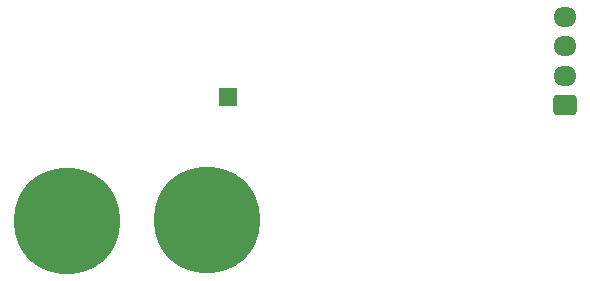
<source format=gbr>
%TF.GenerationSoftware,KiCad,Pcbnew,(6.0.7)*%
%TF.CreationDate,2024-03-23T14:20:04-04:00*%
%TF.ProjectId,single_cell_current,73696e67-6c65-45f6-9365-6c6c5f637572,rev?*%
%TF.SameCoordinates,Original*%
%TF.FileFunction,Soldermask,Bot*%
%TF.FilePolarity,Negative*%
%FSLAX46Y46*%
G04 Gerber Fmt 4.6, Leading zero omitted, Abs format (unit mm)*
G04 Created by KiCad (PCBNEW (6.0.7)) date 2024-03-23 14:20:04*
%MOMM*%
%LPD*%
G01*
G04 APERTURE LIST*
G04 Aperture macros list*
%AMRoundRect*
0 Rectangle with rounded corners*
0 $1 Rounding radius*
0 $2 $3 $4 $5 $6 $7 $8 $9 X,Y pos of 4 corners*
0 Add a 4 corners polygon primitive as box body*
4,1,4,$2,$3,$4,$5,$6,$7,$8,$9,$2,$3,0*
0 Add four circle primitives for the rounded corners*
1,1,$1+$1,$2,$3*
1,1,$1+$1,$4,$5*
1,1,$1+$1,$6,$7*
1,1,$1+$1,$8,$9*
0 Add four rect primitives between the rounded corners*
20,1,$1+$1,$2,$3,$4,$5,0*
20,1,$1+$1,$4,$5,$6,$7,0*
20,1,$1+$1,$6,$7,$8,$9,0*
20,1,$1+$1,$8,$9,$2,$3,0*%
G04 Aperture macros list end*
%ADD10RoundRect,0.250000X-0.550000X-0.550000X0.550000X-0.550000X0.550000X0.550000X-0.550000X0.550000X0*%
%ADD11C,9.000000*%
%ADD12RoundRect,0.250000X0.725000X-0.600000X0.725000X0.600000X-0.725000X0.600000X-0.725000X-0.600000X0*%
%ADD13O,1.950000X1.700000*%
G04 APERTURE END LIST*
D10*
%TO.C,TP1*%
X212000000Y-61500000D03*
%TD*%
D11*
%TO.C,H4.1*%
X198400000Y-72045200D03*
%TD*%
D12*
%TO.C,J1*%
X240550000Y-62250000D03*
D13*
X240550000Y-59750000D03*
X240550000Y-57250000D03*
X240550000Y-54750000D03*
%TD*%
D11*
%TO.C,H4.2*%
X210200000Y-71945200D03*
%TD*%
M02*

</source>
